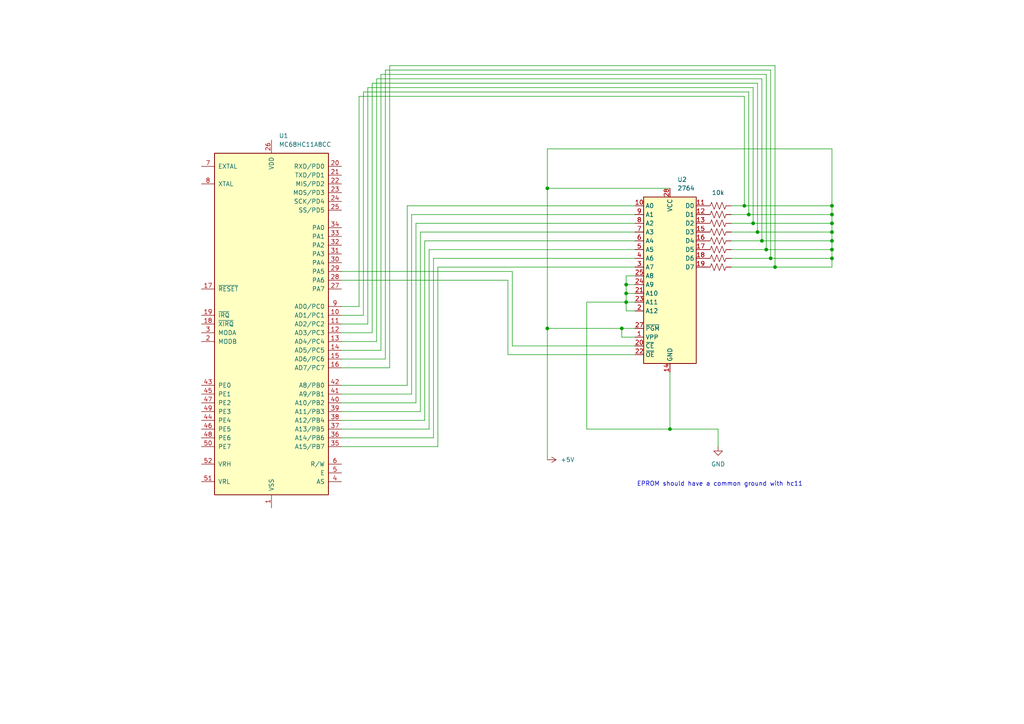
<source format=kicad_sch>
(kicad_sch (version 20250114) (generator "eeschema") (generator_version "9.0")
  (paper "A4")
  (title_block (title "CEMicro UVEPROM Programmer") (date "2025-11-18") (rev "2"))
  (lib_symbols
    (symbol "Device:R_US" (pin_numbers (hide yes)) (pin_names (offset 0))
      (property "Reference" "R" (at 2.54 0 90))
      (property "Value" "R_US" (at -2.54 0 90))
      (symbol "R_US_0_1"
        (polyline (pts (xy 0 2.286) (xy 0 2.54)))
        (polyline (pts (xy 0 2.286) (xy 1.016 1.905) (xy 0 1.524) (xy -1.016 1.143) (xy 0 0.762)))
        (polyline (pts (xy 0 0.762) (xy 1.016 0.381) (xy 0 0) (xy -1.016 -0.381) (xy 0 -0.762)))
        (polyline (pts (xy 0 -0.762) (xy 1.016 -1.143) (xy 0 -1.524) (xy -1.016 -1.905) (xy 0 -2.286)))
        (polyline (pts (xy 0 -2.286) (xy 0 -2.54)))
      )
      (symbol "R_US_1_1"
        (pin passive line (at 0 3.81 270) (length 1.27) (name "~") (number "1"))
        (pin passive line (at 0 -3.81 90) (length 1.27) (name "~") (number "2"))
      )
    )
    (symbol "MCU_NXP_HC11:MC68HC11A8CC" (pin_names (offset 1.016))
      (property "Reference" "U" (at -16.51 50.8 0))
      (property "Value" "MC68HC11A8CC" (at 1.27 50.8 0))
      (symbol "MC68HC11A8CC_0_1"
        (rectangle (start -16.51 49.53) (end 16.51 -49.53) (stroke (width 0.254)) (fill (type background)))
      )
      (symbol "MC68HC11A8CC_1_1"
        (pin input line (at -20.32 45.72 0) (length 3.81) (name "EXTAL") (number "7"))
        (pin output line (at -20.32 40.64 0) (length 3.81) (name "XTAL") (number "8"))
        (pin input line (at -20.32 10.16 0) (length 3.81) (name "~{RESET}") (number "17"))
        (pin input line (at -20.32 2.54 0) (length 3.81) (name "~{IRQ}") (number "19"))
        (pin input line (at -20.32 0 0) (length 3.81) (name "~{XIRQ}") (number "18"))
        (pin bidirectional line (at -20.32 -2.54 0) (length 3.81) (name "MODA") (number "3"))
        (pin input line (at -20.32 -5.08 0) (length 3.81) (name "MODB") (number "2"))
        (pin input line (at -20.32 -17.78 0) (length 3.81) (name "PE0") (number "43"))
        (pin input line (at -20.32 -20.32 0) (length 3.81) (name "PE1") (number "45"))
        (pin input line (at -20.32 -22.86 0) (length 3.81) (name "PE2") (number "47"))
        (pin input line (at -20.32 -25.4 0) (length 3.81) (name "PE3") (number "49"))
        (pin input line (at -20.32 -27.94 0) (length 3.81) (name "PE4") (number "44"))
        (pin input line (at -20.32 -30.48 0) (length 3.81) (name "PE5") (number "46"))
        (pin input line (at -20.32 -33.02 0) (length 3.81) (name "PE6") (number "48"))
        (pin input line (at -20.32 -35.56 0) (length 3.81) (name "PE7") (number "50"))
        (pin input line (at -20.32 -40.64 0) (length 3.81) (name "VRH") (number "52"))
        (pin input line (at -20.32 -45.72 0) (length 3.81) (name "VRL") (number "51"))
        (pin power_in line (at 0 53.34 270) (length 3.81) (name "VDD") (number "26"))
        (pin power_in line (at 0 -53.34 90) (length 3.81) (name "VSS") (number "1"))
        (pin bidirectional line (at 20.32 45.72 180) (length 3.81) (name "RXD/PD0") (number "20"))
        (pin bidirectional line (at 20.32 43.18 180) (length 3.81) (name "TXD/PD1") (number "21"))
        (pin bidirectional line (at 20.32 40.64 180) (length 3.81) (name "MIS/PD2") (number "22"))
        (pin bidirectional line (at 20.32 38.1 180) (length 3.81) (name "MOS/PD3") (number "23"))
        (pin bidirectional line (at 20.32 35.56 180) (length 3.81) (name "SCK/PD4") (number "24"))
        (pin bidirectional line (at 20.32 33.02 180) (length 3.81) (name "SS/PD5") (number "25"))
        (pin input line (at 20.32 27.94 180) (length 3.81) (name "PA0") (number "34"))
        (pin input line (at 20.32 25.4 180) (length 3.81) (name "PA1") (number "33"))
        (pin input line (at 20.32 22.86 180) (length 3.81) (name "PA2") (number "32"))
        (pin output line (at 20.32 20.32 180) (length 3.81) (name "PA3") (number "31"))
        (pin output line (at 20.32 17.78 180) (length 3.81) (name "PA4") (number "30"))
        (pin output line (at 20.32 15.24 180) (length 3.81) (name "PA5") (number "29"))
        (pin output line (at 20.32 12.7 180) (length 3.81) (name "PA6") (number "28"))
        (pin bidirectional line (at 20.32 10.16 180) (length 3.81) (name "PA7") (number "27"))
        (pin bidirectional line (at 20.32 5.08 180) (length 3.81) (name "AD0/PC0") (number "9"))
        (pin bidirectional line (at 20.32 2.54 180) (length 3.81) (name "AD1/PC1") (number "10"))
        (pin bidirectional line (at 20.32 0 180) (length 3.81) (name "AD2/PC2") (number "11"))
        (pin bidirectional line (at 20.32 -2.54 180) (length 3.81) (name "AD3/PC3") (number "12"))
        (pin bidirectional line (at 20.32 -5.08 180) (length 3.81) (name "AD4/PC4") (number "13"))
        (pin bidirectional line (at 20.32 -7.62 180) (length 3.81) (name "AD5/PC5") (number "14"))
        (pin bidirectional line (at 20.32 -10.16 180) (length 3.81) (name "AD6/PC6") (number "15"))
        (pin bidirectional line (at 20.32 -12.7 180) (length 3.81) (name "AD7/PC7") (number "16"))
        (pin output line (at 20.32 -17.78 180) (length 3.81) (name "A8/PB0") (number "42"))
        (pin output line (at 20.32 -20.32 180) (length 3.81) (name "A9/PB1") (number "41"))
        (pin output line (at 20.32 -22.86 180) (length 3.81) (name "A10/PB2") (number "40"))
        (pin output line (at 20.32 -25.4 180) (length 3.81) (name "A11/PB3") (number "39"))
        (pin output line (at 20.32 -27.94 180) (length 3.81) (name "A12/PB4") (number "38"))
        (pin output line (at 20.32 -30.48 180) (length 3.81) (name "A13/PB5") (number "37"))
        (pin output line (at 20.32 -33.02 180) (length 3.81) (name "A14/PB6") (number "36"))
        (pin output line (at 20.32 -35.56 180) (length 3.81) (name "A15/PB7") (number "35"))
        (pin output line (at 20.32 -40.64 180) (length 3.81) (name "R/W") (number "6"))
        (pin output line (at 20.32 -43.18 180) (length 3.81) (name "E") (number "5"))
        (pin output line (at 20.32 -45.72 180) (length 3.81) (name "AS") (number "4"))
      )
    )
    (symbol "Memory_EPROM:2764"
      (property "Reference" "U" (at -7.62 24.13 0))
      (property "Value" "2764" (at 2.54 -26.67 0))
      (symbol "2764_1_1"
        (rectangle (start -7.62 22.86) (end 7.62 -25.4) (stroke (width 0.254)) (fill (type background)))
        (pin input line (at -10.16 20.32 0) (length 2.54) (name "A0") (number "10"))
        (pin input line (at -10.16 17.78 0) (length 2.54) (name "A1") (number "9"))
        (pin input line (at -10.16 15.24 0) (length 2.54) (name "A2") (number "8"))
        (pin input line (at -10.16 12.7 0) (length 2.54) (name "A3") (number "7"))
        (pin input line (at -10.16 10.16 0) (length 2.54) (name "A4") (number "6"))
        (pin input line (at -10.16 7.62 0) (length 2.54) (name "A5") (number "5"))
        (pin input line (at -10.16 5.08 0) (length 2.54) (name "A6") (number "4"))
        (pin input line (at -10.16 2.54 0) (length 2.54) (name "A7") (number "3"))
        (pin input line (at -10.16 0 0) (length 2.54) (name "A8") (number "25"))
        (pin input line (at -10.16 -2.54 0) (length 2.54) (name "A9") (number "24"))
        (pin input line (at -10.16 -5.08 0) (length 2.54) (name "A10") (number "21"))
        (pin input line (at -10.16 -7.62 0) (length 2.54) (name "A11") (number "23"))
        (pin input line (at -10.16 -10.16 0) (length 2.54) (name "A12") (number "2"))
        (pin input line (at -10.16 -15.24 0) (length 2.54) (name "~{PGM}") (number "27"))
        (pin input line (at -10.16 -17.78 0) (length 2.54) (name "VPP") (number "1"))
        (pin input line (at -10.16 -20.32 0) (length 2.54) (name "~{CE}") (number "20"))
        (pin input line (at -10.16 -22.86 0) (length 2.54) (name "~{OE}") (number "22"))
        (pin power_in line (at 0 25.4 270) (length 2.54) (name "VCC") (number "28"))
        (pin power_in line (at 0 -27.94 90) (length 2.54) (name "GND") (number "14"))
        (pin no_connect line (at 7.62 0 180) (length 2.54) (hide yes) (name "NC") (number "26"))
        (pin tri_state line (at 10.16 20.32 180) (length 2.54) (name "D0") (number "11"))
        (pin tri_state line (at 10.16 17.78 180) (length 2.54) (name "D1") (number "12"))
        (pin tri_state line (at 10.16 15.24 180) (length 2.54) (name "D2") (number "13"))
        (pin tri_state line (at 10.16 12.7 180) (length 2.54) (name "D3") (number "15"))
        (pin tri_state line (at 10.16 10.16 180) (length 2.54) (name "D4") (number "16"))
        (pin tri_state line (at 10.16 7.62 180) (length 2.54) (name "D5") (number "17"))
        (pin tri_state line (at 10.16 5.08 180) (length 2.54) (name "D6") (number "18"))
        (pin tri_state line (at 10.16 2.54 180) (length 2.54) (name "D7") (number "19"))
      )
    )
    (symbol "power:+5V" (power) (pin_numbers (hide yes)) (pin_names (offset 0) (hide yes))
      (property "Value" "+5V" (at 0 3.556 0))
      (symbol "+5V_0_1"
        (polyline (pts (xy -0.762 1.27) (xy 0 2.54)))
        (polyline (pts (xy 0 2.54) (xy 0.762 1.27)))
        (polyline (pts (xy 0 0) (xy 0 2.54)))
      )
      (symbol "+5V_1_1"
        (pin power_in line (at 0 0 90) (length 0) (name "~") (number "1"))
      )
    )
    (symbol "power:GND" (power) (pin_numbers (hide yes)) (pin_names (offset 0) (hide yes))
      (property "Value" "GND" (at 0 -3.81 0))
      (symbol "GND_0_1"
        (polyline (pts (xy 0 0) (xy 0 -1.27) (xy 1.27 -1.27) (xy 0 -2.54) (xy -1.27 -1.27) (xy 0 -1.27)))
      )
      (symbol "GND_1_1"
        (pin power_in line (at 0 0 270) (length 0) (name "~") (number "1"))
      )
    )
  )
  (text "EPROM should have a common ground with hc11" (exclude_from_sim yes) (at 208.788 140.462 0) (effects (font (size 1.27 1.27))))
  (junction (at 180.34 95.25))
  (junction (at 241.3 72.39))
  (junction (at 241.3 64.77))
  (junction (at 224.79 77.47))
  (junction (at 219.71 67.31))
  (junction (at 158.75 95.25))
  (junction (at 181.61 82.55))
  (junction (at 222.25 72.39))
  (junction (at 215.9 59.69))
  (junction (at 217.17 62.23))
  (junction (at 181.61 87.63))
  (junction (at 158.75 54.61))
  (junction (at 223.52 74.93))
  (junction (at 220.98 69.85))
  (junction (at 181.61 85.09))
  (junction (at 241.3 74.93))
  (junction (at 241.3 59.69))
  (junction (at 218.44 64.77))
  (junction (at 241.3 67.31))
  (junction (at 241.3 62.23))
  (junction (at 194.31 124.46))
  (junction (at 241.3 69.85))
  (wire (pts (xy 184.15 77.47) (xy 127 77.47)))
  (wire (pts (xy 184.15 72.39) (xy 124.46 72.39)))
  (wire (pts (xy 223.52 20.32) (xy 223.52 74.93)))
  (wire (pts (xy 181.61 87.63) (xy 170.18 87.63)))
  (wire (pts (xy 181.61 87.63) (xy 184.15 87.63)))
  (wire (pts (xy 215.9 59.69) (xy 212.09 59.69)))
  (wire (pts (xy 158.75 95.25) (xy 158.75 133.35)))
  (wire (pts (xy 118.11 59.69) (xy 184.15 59.69)))
  (wire (pts (xy 148.59 78.74) (xy 148.59 100.33)))
  (wire (pts (xy 194.31 124.46) (xy 194.31 107.95)))
  (wire (pts (xy 111.76 104.14) (xy 111.76 20.32)))
  (wire (pts (xy 158.75 54.61) (xy 158.75 43.18)))
  (wire (pts (xy 148.59 100.33) (xy 184.15 100.33)))
  (wire (pts (xy 99.06 99.06) (xy 109.22 99.06)))
  (wire (pts (xy 215.9 59.69) (xy 215.9 27.94)))
  (wire (pts (xy 212.09 67.31) (xy 219.71 67.31)))
  (wire (pts (xy 241.3 59.69) (xy 241.3 62.23)))
  (wire (pts (xy 104.14 27.94) (xy 104.14 88.9)))
  (wire (pts (xy 184.15 62.23) (xy 119.38 62.23)))
  (wire (pts (xy 181.61 87.63) (xy 181.61 90.17)))
  (wire (pts (xy 184.15 80.01) (xy 181.61 80.01)))
  (wire (pts (xy 99.06 93.98) (xy 106.68 93.98)))
  (wire (pts (xy 127 77.47) (xy 127 129.54)))
  (wire (pts (xy 241.3 74.93) (xy 241.3 77.47)))
  (wire (pts (xy 107.95 96.52) (xy 107.95 24.13)))
  (wire (pts (xy 109.22 99.06) (xy 109.22 22.86)))
  (wire (pts (xy 215.9 27.94) (xy 104.14 27.94)))
  (wire (pts (xy 105.41 91.44) (xy 105.41 26.67)))
  (wire (pts (xy 241.3 43.18) (xy 241.3 59.69)))
  (wire (pts (xy 107.95 24.13) (xy 219.71 24.13)))
  (wire (pts (xy 99.06 78.74) (xy 148.59 78.74)))
  (wire (pts (xy 218.44 25.4) (xy 218.44 64.77)))
  (wire (pts (xy 224.79 19.05) (xy 224.79 77.47)))
  (wire (pts (xy 106.68 93.98) (xy 106.68 25.4)))
  (wire (pts (xy 121.92 67.31) (xy 121.92 119.38)))
  (wire (pts (xy 105.41 26.67) (xy 217.17 26.67)))
  (wire (pts (xy 120.65 64.77) (xy 184.15 64.77)))
  (wire (pts (xy 212.09 72.39) (xy 222.25 72.39)))
  (wire (pts (xy 123.19 121.92) (xy 123.19 69.85)))
  (wire (pts (xy 113.03 19.05) (xy 224.79 19.05)))
  (wire (pts (xy 110.49 101.6) (xy 110.49 21.59)))
  (wire (pts (xy 217.17 62.23) (xy 241.3 62.23)))
  (wire (pts (xy 123.19 69.85) (xy 184.15 69.85)))
  (wire (pts (xy 99.06 106.68) (xy 113.03 106.68)))
  (wire (pts (xy 241.3 69.85) (xy 241.3 72.39)))
  (wire (pts (xy 104.14 88.9) (xy 99.06 88.9)))
  (wire (pts (xy 180.34 97.79) (xy 180.34 95.25)))
  (wire (pts (xy 124.46 124.46) (xy 99.06 124.46)))
  (wire (pts (xy 241.3 72.39) (xy 241.3 74.93)))
  (wire (pts (xy 99.06 104.14) (xy 111.76 104.14)))
  (wire (pts (xy 181.61 80.01) (xy 181.61 82.55)))
  (wire (pts (xy 184.15 82.55) (xy 181.61 82.55)))
  (wire (pts (xy 218.44 64.77) (xy 241.3 64.77)))
  (wire (pts (xy 241.3 59.69) (xy 215.9 59.69)))
  (wire (pts (xy 220.98 69.85) (xy 241.3 69.85)))
  (wire (pts (xy 170.18 87.63) (xy 170.18 124.46)))
  (wire (pts (xy 184.15 90.17) (xy 181.61 90.17)))
  (wire (pts (xy 106.68 25.4) (xy 218.44 25.4)))
  (wire (pts (xy 125.73 127) (xy 125.73 74.93)))
  (wire (pts (xy 220.98 22.86) (xy 220.98 69.85)))
  (wire (pts (xy 158.75 43.18) (xy 241.3 43.18)))
  (wire (pts (xy 118.11 111.76) (xy 118.11 59.69)))
  (wire (pts (xy 212.09 62.23) (xy 217.17 62.23)))
  (wire (pts (xy 119.38 62.23) (xy 119.38 114.3)))
  (wire (pts (xy 194.31 54.61) (xy 158.75 54.61)))
  (wire (pts (xy 99.06 116.84) (xy 120.65 116.84)))
  (wire (pts (xy 212.09 64.77) (xy 218.44 64.77)))
  (wire (pts (xy 208.28 124.46) (xy 208.28 129.54)))
  (wire (pts (xy 120.65 116.84) (xy 120.65 64.77)))
  (wire (pts (xy 99.06 121.92) (xy 123.19 121.92)))
  (wire (pts (xy 147.32 81.28) (xy 99.06 81.28)))
  (wire (pts (xy 219.71 67.31) (xy 241.3 67.31)))
  (wire (pts (xy 184.15 102.87) (xy 147.32 102.87)))
  (wire (pts (xy 212.09 74.93) (xy 223.52 74.93)))
  (wire (pts (xy 222.25 21.59) (xy 222.25 72.39)))
  (wire (pts (xy 241.3 64.77) (xy 241.3 67.31)))
  (wire (pts (xy 224.79 77.47) (xy 241.3 77.47)))
  (wire (pts (xy 217.17 26.67) (xy 217.17 62.23)))
  (wire (pts (xy 125.73 74.93) (xy 184.15 74.93)))
  (wire (pts (xy 158.75 95.25) (xy 180.34 95.25)))
  (wire (pts (xy 99.06 91.44) (xy 105.41 91.44)))
  (wire (pts (xy 147.32 102.87) (xy 147.32 81.28)))
  (wire (pts (xy 184.15 97.79) (xy 180.34 97.79)))
  (wire (pts (xy 222.25 72.39) (xy 241.3 72.39)))
  (wire (pts (xy 113.03 106.68) (xy 113.03 19.05)))
  (wire (pts (xy 219.71 24.13) (xy 219.71 67.31)))
  (wire (pts (xy 124.46 72.39) (xy 124.46 124.46)))
  (wire (pts (xy 223.52 74.93) (xy 241.3 74.93)))
  (wire (pts (xy 121.92 119.38) (xy 99.06 119.38)))
  (wire (pts (xy 241.3 67.31) (xy 241.3 69.85)))
  (wire (pts (xy 170.18 124.46) (xy 194.31 124.46)))
  (wire (pts (xy 194.31 124.46) (xy 208.28 124.46)))
  (wire (pts (xy 241.3 62.23) (xy 241.3 64.77)))
  (wire (pts (xy 99.06 127) (xy 125.73 127)))
  (wire (pts (xy 184.15 67.31) (xy 121.92 67.31)))
  (wire (pts (xy 109.22 22.86) (xy 220.98 22.86)))
  (wire (pts (xy 99.06 111.76) (xy 118.11 111.76)))
  (wire (pts (xy 212.09 69.85) (xy 220.98 69.85)))
  (wire (pts (xy 119.38 114.3) (xy 99.06 114.3)))
  (wire (pts (xy 181.61 85.09) (xy 181.61 87.63)))
  (wire (pts (xy 111.76 20.32) (xy 223.52 20.32)))
  (wire (pts (xy 212.09 77.47) (xy 224.79 77.47)))
  (wire (pts (xy 181.61 82.55) (xy 181.61 85.09)))
  (wire (pts (xy 127 129.54) (xy 99.06 129.54)))
  (wire (pts (xy 158.75 54.61) (xy 158.75 95.25)))
  (wire (pts (xy 99.06 96.52) (xy 107.95 96.52)))
  (wire (pts (xy 180.34 95.25) (xy 184.15 95.25)))
  (wire (pts (xy 184.15 85.09) (xy 181.61 85.09)))
  (wire (pts (xy 110.49 21.59) (xy 222.25 21.59)))
  (wire (pts (xy 99.06 101.6) (xy 110.49 101.6)))
  (symbol (lib_id "Device:R_US") (at 208.28 59.69 90) (unit 1)
    (property "Reference" "R1" (effects (hide yes)))
    (property "Value" "10k" (at 208.28 55.88 90))
    (property "Footprint" "OptoDevice:R_LDR_4.9x4.2mm_P2.54mm_Vertical" (effects (hide yes)))
    (property "Description" "Resistor, US symbol" (effects (hide yes)))
  )
  (symbol (lib_id "power:+5V") (at 158.75 133.35 270) (unit 1)
    (property "Reference" "#PWR02" (effects (hide yes)))
    (property "Value" "+5V" (at 162.56 133.3499 90) (effects (justify left)))
    (property "Description" "Power symbol creates a global label with name \"+5V\"" (effects (hide yes)))
  )
  (symbol (lib_id "Device:R_US") (at 208.28 69.85 90) (unit 1)
    (property "Reference" "R5" (effects (hide yes)))
    (property "Value" "1k" (effects (hide yes)))
    (property "Footprint" "OptoDevice:R_LDR_4.9x4.2mm_P2.54mm_Vertical" (effects (hide yes)))
    (property "Description" "Resistor, US symbol" (effects (hide yes)))
  )
  (symbol (lib_id "Device:R_US") (at 208.28 64.77 90) (unit 1)
    (property "Reference" "R3" (effects (hide yes)))
    (property "Value" "1k" (effects (hide yes)))
    (property "Footprint" "OptoDevice:R_LDR_4.9x4.2mm_P2.54mm_Vertical" (effects (hide yes)))
    (property "Description" "Resistor, US symbol" (effects (hide yes)))
  )
  (symbol (lib_id "Device:R_US") (at 208.28 74.93 90) (unit 1)
    (property "Reference" "R7" (effects (hide yes)))
    (property "Value" "1k" (effects (hide yes)))
    (property "Footprint" "OptoDevice:R_LDR_4.9x4.2mm_P2.54mm_Vertical" (effects (hide yes)))
    (property "Description" "Resistor, US symbol" (effects (hide yes)))
  )
  (symbol (lib_id "Device:R_US") (at 208.28 72.39 90) (unit 1)
    (property "Reference" "R6" (effects (hide yes)))
    (property "Value" "1k" (effects (hide yes)))
    (property "Footprint" "OptoDevice:R_LDR_4.9x4.2mm_P2.54mm_Vertical" (effects (hide yes)))
    (property "Description" "Resistor, US symbol" (effects (hide yes)))
  )
  (symbol (lib_id "power:GND") (at 208.28 129.54 0) (unit 1)
    (property "Reference" "#PWR01" (effects (hide yes)))
    (property "Value" "GND" (at 208.28 134.62 0))
    (property "Description" "Power symbol creates a global label with name \"GND\" , ground" (effects (hide yes)))
  )
  (symbol (lib_id "Device:R_US") (at 208.28 67.31 90) (unit 1)
    (property "Reference" "R4" (effects (hide yes)))
    (property "Value" "1k" (effects (hide yes)))
    (property "Footprint" "OptoDevice:R_LDR_4.9x4.2mm_P2.54mm_Vertical" (effects (hide yes)))
    (property "Description" "Resistor, US symbol" (effects (hide yes)))
  )
  (symbol (lib_id "Memory_EPROM:2764") (at 194.31 80.01 0) (unit 1)
    (property "Reference" "U2" (at 196.4533 52.07 0) (effects (justify left)))
    (property "Value" "2764" (at 196.4533 54.61 0) (effects (justify left)))
    (property "Footprint" "Package_DIP:DIP-28_W15.24mm" (effects (hide yes)))
    (property "Datasheet" "https://downloads.reactivemicro.com/Electronics/ROM/2764%20EPROM.pdf" (effects (hide yes)))
    (property "Description" "EPROM 64 KiBit, [Obsolete 2000-11]" (effects (hide yes)))
  )
  (symbol (lib_id "MCU_NXP_HC11:MC68HC11A8CC") (at 78.74 93.98 0) (unit 1)
    (property "Reference" "U1" (at 80.8833 39.37 0) (effects (justify left)))
    (property "Value" "MC68HC11A8CC" (at 80.8833 41.91 0) (effects (justify left)))
    (property "Description" "8K ROM, 256B RAM, 512B EEPROM" (effects (hide yes)))
  )
  (symbol (lib_id "Device:R_US") (at 208.28 77.47 90) (unit 1)
    (property "Reference" "R8" (effects (hide yes)))
    (property "Value" "1k" (effects (hide yes)))
    (property "Footprint" "OptoDevice:R_LDR_4.9x4.2mm_P2.54mm_Vertical" (effects (hide yes)))
    (property "Description" "Resistor, US symbol" (effects (hide yes)))
  )
  (symbol (lib_id "Device:R_US") (at 208.28 62.23 90) (unit 1)
    (property "Reference" "R2" (effects (hide yes)))
    (property "Value" "1k" (effects (hide yes)))
    (property "Footprint" "OptoDevice:R_LDR_4.9x4.2mm_P2.54mm_Vertical" (effects (hide yes)))
    (property "Description" "Resistor, US symbol" (effects (hide yes)))
  )
)
</source>
